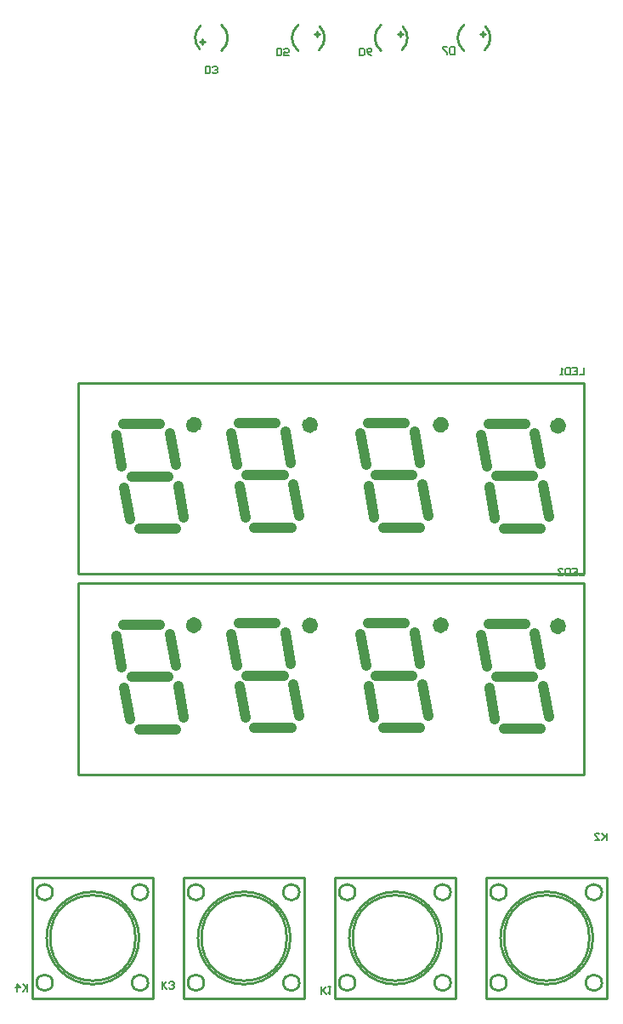
<source format=gbo>
G04*
G04 #@! TF.GenerationSoftware,Altium Limited,Altium Designer,20.2.6 (244)*
G04*
G04 Layer_Color=32896*
%FSLAX25Y25*%
%MOIN*%
G70*
G04*
G04 #@! TF.SameCoordinates,9385ED74-4294-42B6-9646-82B243174D78*
G04*
G04*
G04 #@! TF.FilePolarity,Positive*
G04*
G01*
G75*
%ADD10C,0.01000*%
%ADD18C,0.00591*%
%ADD74C,0.03937*%
D10*
X131942Y67500D02*
G03*
X131942Y67500I-18109J0D01*
G01*
X135493Y85407D02*
G03*
X135493Y85407I-3151J0D01*
G01*
X135492Y49969D02*
G03*
X135492Y49969I-3151J0D01*
G01*
X98092Y85414D02*
G03*
X98092Y85414I-3151J0D01*
G01*
X98090Y49976D02*
G03*
X98090Y49976I-3151J0D01*
G01*
X130565Y67500D02*
G03*
X130565Y67500I-16732J0D01*
G01*
X200000Y425000D02*
G03*
X200000Y415000I4000J-5000D01*
G01*
X208228Y415243D02*
G03*
X208500Y424500I-4228J4756D01*
G01*
X167500Y425000D02*
G03*
X167500Y415000I4000J-5000D01*
G01*
X175728Y415243D02*
G03*
X176000Y424500I-4228J4756D01*
G01*
X135000Y425000D02*
G03*
X135000Y415000I4000J-5000D01*
G01*
X143228Y415243D02*
G03*
X143500Y424500I-4228J4756D01*
G01*
X105000Y415000D02*
G03*
X105000Y425000I-4000J5000D01*
G01*
X96772Y424756D02*
G03*
X96500Y415500I4228J-4756D01*
G01*
X249232Y67500D02*
G03*
X249232Y67500I-16732J0D01*
G01*
X216757Y49976D02*
G03*
X216757Y49976I-3151J0D01*
G01*
X216759Y85414D02*
G03*
X216759Y85414I-3151J0D01*
G01*
X254159Y49969D02*
G03*
X254159Y49969I-3151J0D01*
G01*
X254160Y85407D02*
G03*
X254160Y85407I-3151J0D01*
G01*
X250609Y67500D02*
G03*
X250609Y67500I-18109J0D01*
G01*
X189899D02*
G03*
X189899Y67500I-16732J0D01*
G01*
X157424Y49976D02*
G03*
X157424Y49976I-3151J0D01*
G01*
X157426Y85414D02*
G03*
X157426Y85414I-3151J0D01*
G01*
X194826Y49969D02*
G03*
X194826Y49969I-3151J0D01*
G01*
X194827Y85407D02*
G03*
X194827Y85407I-3151J0D01*
G01*
X191276Y67500D02*
G03*
X191276Y67500I-18109J0D01*
G01*
X71232D02*
G03*
X71232Y67500I-16732J0D01*
G01*
X38757Y49976D02*
G03*
X38757Y49976I-3151J0D01*
G01*
X38759Y85414D02*
G03*
X38759Y85414I-3151J0D01*
G01*
X76159Y49969D02*
G03*
X76159Y49969I-3151J0D01*
G01*
X76160Y85407D02*
G03*
X76160Y85407I-3151J0D01*
G01*
X72609Y67500D02*
G03*
X72609Y67500I-18109J0D01*
G01*
X137455Y43878D02*
Y91122D01*
X90211D02*
X137455D01*
X90211Y43878D02*
Y91122D01*
Y43878D02*
X137455D01*
X206500Y421500D02*
X208500D01*
X207500Y420500D02*
Y422500D01*
X174000Y421500D02*
X176000D01*
X175000Y420500D02*
Y422500D01*
X141500Y421500D02*
X143500D01*
X142500Y420500D02*
Y422500D01*
X96500Y418500D02*
X98500D01*
X97500Y417500D02*
Y419500D01*
X48787Y131598D02*
Y206402D01*
X247213Y131598D02*
Y206402D01*
X48787D02*
X247213D01*
X48787Y131598D02*
X247213D01*
X48787Y210098D02*
Y284902D01*
X247213Y210098D02*
Y284902D01*
X48787D02*
X247213D01*
X48787Y210098D02*
X247213D01*
X208878Y43878D02*
X256122D01*
X208878D02*
Y91122D01*
X256122D01*
Y43878D02*
Y91122D01*
X149545Y43878D02*
X196789D01*
X149545D02*
Y91122D01*
X196789D01*
Y43878D02*
Y91122D01*
X30878Y43878D02*
X78122D01*
X30878D02*
Y91122D01*
X78122D01*
Y43878D02*
Y91122D01*
D18*
X28796Y49378D02*
Y46622D01*
Y47541D01*
X26959Y49378D01*
X28337Y48000D01*
X26959Y46622D01*
X24663D02*
Y49378D01*
X26041Y48000D01*
X24204D01*
X196296Y416377D02*
Y413623D01*
X194918D01*
X194459Y414082D01*
Y415918D01*
X194918Y416377D01*
X196296D01*
X193541D02*
X191704D01*
Y415918D01*
X193541Y414082D01*
Y413623D01*
X159204Y413123D02*
Y415877D01*
X160582D01*
X161041Y415418D01*
Y413582D01*
X160582Y413123D01*
X159204D01*
X163796D02*
X162878Y413582D01*
X161959Y414500D01*
Y415418D01*
X162418Y415877D01*
X163337D01*
X163796Y415418D01*
Y414959D01*
X163337Y414500D01*
X161959D01*
X126704Y413123D02*
Y415877D01*
X128082D01*
X128541Y415418D01*
Y413582D01*
X128082Y413123D01*
X126704D01*
X131296D02*
X129459D01*
Y414500D01*
X130377Y414041D01*
X130837D01*
X131296Y414500D01*
Y415418D01*
X130837Y415877D01*
X129918D01*
X129459Y415418D01*
X98704Y406122D02*
Y408878D01*
X100082D01*
X100541Y408418D01*
Y406582D01*
X100082Y406122D01*
X98704D01*
X101459Y406582D02*
X101918Y406122D01*
X102837D01*
X103296Y406582D01*
Y407041D01*
X102837Y407500D01*
X102377D01*
X102837D01*
X103296Y407959D01*
Y408418D01*
X102837Y408878D01*
X101918D01*
X101459Y408418D01*
X247100Y212251D02*
Y209496D01*
X245263D01*
X242508Y212251D02*
X244345D01*
Y209496D01*
X242508D01*
X244345Y210874D02*
X243427D01*
X241590Y212251D02*
Y209496D01*
X240212D01*
X239753Y209955D01*
Y211792D01*
X240212Y212251D01*
X241590D01*
X236998Y209496D02*
X238835D01*
X236998Y211333D01*
Y211792D01*
X237457Y212251D01*
X238376D01*
X238835Y211792D01*
X247100Y290751D02*
Y287996D01*
X245263D01*
X242508Y290751D02*
X244345D01*
Y287996D01*
X242508D01*
X244345Y289374D02*
X243427D01*
X241590Y290751D02*
Y287996D01*
X240212D01*
X239753Y288455D01*
Y290292D01*
X240212Y290751D01*
X241590D01*
X238835Y287996D02*
X237917D01*
X238376D01*
Y290751D01*
X238835Y290292D01*
X256000Y108651D02*
Y105896D01*
Y106814D01*
X254163Y108651D01*
X255541Y107274D01*
X254163Y105896D01*
X251408D02*
X253245D01*
X251408Y107733D01*
Y108192D01*
X251868Y108651D01*
X252786D01*
X253245Y108192D01*
X144163Y45623D02*
Y48377D01*
Y47459D01*
X146000Y45623D01*
X144623Y47000D01*
X146000Y48377D01*
X146918D02*
X147837D01*
X147378D01*
Y45623D01*
X146918Y46082D01*
X81704Y47622D02*
Y50378D01*
Y49459D01*
X83541Y47622D01*
X82163Y49000D01*
X83541Y50378D01*
X84459Y48082D02*
X84918Y47622D01*
X85837D01*
X86296Y48082D01*
Y48541D01*
X85837Y49000D01*
X85378D01*
X85837D01*
X86296Y49459D01*
Y49918D01*
X85837Y50378D01*
X84918D01*
X84459Y49918D01*
D74*
X94160Y188830D02*
G03*
X94145Y191161I-15J1165D01*
G01*
D02*
G03*
X94130Y188830I0J-1165D01*
G01*
X236960Y188430D02*
G03*
X236945Y190761I-15J1165D01*
G01*
D02*
G03*
X236930Y188430I0J-1165D01*
G01*
X190960Y188830D02*
G03*
X190945Y191161I-15J1165D01*
G01*
D02*
G03*
X190930Y188830I0J-1165D01*
G01*
X139660Y188730D02*
G03*
X139645Y191060I-15J1165D01*
G01*
D02*
G03*
X139630Y188730I0J-1165D01*
G01*
X94160Y267330D02*
G03*
X94145Y269660I-15J1165D01*
G01*
D02*
G03*
X94130Y267330I0J-1165D01*
G01*
X236960Y266930D02*
G03*
X236945Y269261I-15J1165D01*
G01*
D02*
G03*
X236930Y266930I0J-1165D01*
G01*
X190960Y267330D02*
G03*
X190945Y269660I-15J1165D01*
G01*
D02*
G03*
X190930Y267330I0J-1165D01*
G01*
X139660Y267230D02*
G03*
X139645Y269561I-15J1165D01*
G01*
D02*
G03*
X139630Y267230I0J-1165D01*
G01*
X63700Y185900D02*
X65900Y173600D01*
X84800Y186600D02*
X87000Y174300D01*
X66500Y190200D02*
X80900D01*
X69700Y169700D02*
X84100D01*
X88000Y166100D02*
X90200Y153800D01*
X72700Y149200D02*
X87100D01*
X66900Y165400D02*
X69100Y153100D01*
X162700Y166000D02*
X164900Y153700D01*
X168500Y149800D02*
X182900D01*
X183800Y166700D02*
X186000Y154400D01*
X165500Y170300D02*
X179900D01*
X162300Y190800D02*
X176700D01*
X180600Y187200D02*
X182800Y174900D01*
X159500Y186500D02*
X161700Y174200D01*
X210000Y165600D02*
X212200Y153300D01*
X215800Y149400D02*
X230200D01*
X231100Y166300D02*
X233300Y154000D01*
X212800Y169900D02*
X227200D01*
X209600Y190400D02*
X224000D01*
X227900Y186800D02*
X230100Y174500D01*
X206800Y186100D02*
X209000Y173800D01*
X108900Y186500D02*
X111100Y174200D01*
X130000Y187200D02*
X132200Y174900D01*
X111700Y190800D02*
X126100D01*
X114900Y170300D02*
X129300D01*
X133200Y166700D02*
X135400Y154400D01*
X117900Y149800D02*
X132300D01*
X112100Y166000D02*
X114300Y153700D01*
X63700Y264400D02*
X65900Y252100D01*
X84800Y265100D02*
X87000Y252800D01*
X66500Y268700D02*
X80900D01*
X69700Y248200D02*
X84100D01*
X88000Y244600D02*
X90200Y232300D01*
X72700Y227700D02*
X87100D01*
X66900Y243900D02*
X69100Y231600D01*
X162700Y244500D02*
X164900Y232200D01*
X168500Y228300D02*
X182900D01*
X183800Y245200D02*
X186000Y232900D01*
X165500Y248800D02*
X179900D01*
X162300Y269300D02*
X176700D01*
X180600Y265700D02*
X182800Y253400D01*
X159500Y265000D02*
X161700Y252700D01*
X210000Y244100D02*
X212200Y231800D01*
X215800Y227900D02*
X230200D01*
X231100Y244800D02*
X233300Y232500D01*
X212800Y248400D02*
X227200D01*
X209600Y268900D02*
X224000D01*
X227900Y265300D02*
X230100Y253000D01*
X206800Y264600D02*
X209000Y252300D01*
X108900Y265000D02*
X111100Y252700D01*
X130000Y265700D02*
X132200Y253400D01*
X111700Y269300D02*
X126100D01*
X114900Y248800D02*
X129300D01*
X133200Y245200D02*
X135400Y232900D01*
X117900Y228300D02*
X132300D01*
X112100Y244500D02*
X114300Y232200D01*
M02*

</source>
